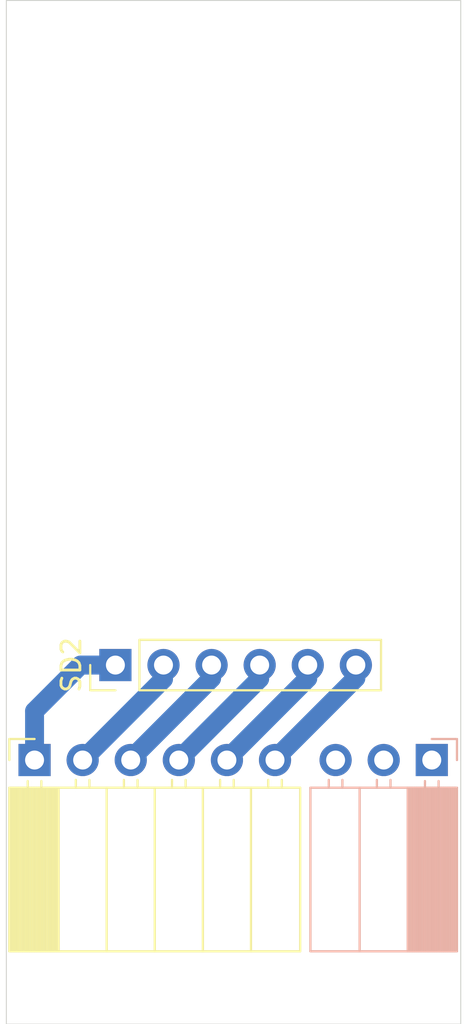
<source format=kicad_pcb>
(kicad_pcb (version 20171130) (host pcbnew "(5.1.5)-3")

  (general
    (thickness 1.6)
    (drawings 4)
    (tracks 17)
    (zones 0)
    (modules 3)
    (nets 10)
  )

  (page A4)
  (layers
    (0 F.Cu signal)
    (31 B.Cu signal)
    (32 B.Adhes user)
    (33 F.Adhes user)
    (34 B.Paste user)
    (35 F.Paste user)
    (36 B.SilkS user)
    (37 F.SilkS user)
    (38 B.Mask user)
    (39 F.Mask user)
    (40 Dwgs.User user)
    (41 Cmts.User user)
    (42 Eco1.User user)
    (43 Eco2.User user)
    (44 Edge.Cuts user)
    (45 Margin user)
    (46 B.CrtYd user)
    (47 F.CrtYd user hide)
    (48 B.Fab user)
    (49 F.Fab user hide)
  )

  (setup
    (last_trace_width 0.25)
    (user_trace_width 1)
    (trace_clearance 0.2)
    (zone_clearance 0.508)
    (zone_45_only no)
    (trace_min 0.2)
    (via_size 0.8)
    (via_drill 0.4)
    (via_min_size 0.4)
    (via_min_drill 0.3)
    (uvia_size 0.3)
    (uvia_drill 0.1)
    (uvias_allowed no)
    (uvia_min_size 0.2)
    (uvia_min_drill 0.1)
    (edge_width 0.05)
    (segment_width 0.2)
    (pcb_text_width 0.3)
    (pcb_text_size 1.5 1.5)
    (mod_edge_width 0.12)
    (mod_text_size 1 1)
    (mod_text_width 0.15)
    (pad_size 0.85 0.85)
    (pad_drill 0.5)
    (pad_to_mask_clearance 0.051)
    (solder_mask_min_width 0.25)
    (aux_axis_origin 0 0)
    (visible_elements 7FFFFFFF)
    (pcbplotparams
      (layerselection 0x010fc_ffffffff)
      (usegerberextensions false)
      (usegerberattributes false)
      (usegerberadvancedattributes false)
      (creategerberjobfile false)
      (excludeedgelayer true)
      (linewidth 0.100000)
      (plotframeref false)
      (viasonmask false)
      (mode 1)
      (useauxorigin false)
      (hpglpennumber 1)
      (hpglpenspeed 20)
      (hpglpendiameter 15.000000)
      (psnegative false)
      (psa4output false)
      (plotreference true)
      (plotvalue true)
      (plotinvisibletext false)
      (padsonsilk false)
      (subtractmaskfromsilk false)
      (outputformat 1)
      (mirror false)
      (drillshape 1)
      (scaleselection 1)
      (outputdirectory ""))
  )

  (net 0 "")
  (net 1 Gnd)
  (net 2 Vcc)
  (net 3 CS)
  (net 4 SCK)
  (net 5 MOSI)
  (net 6 MISO)
  (net 7 "Net-(Suporte1-Pad3)")
  (net 8 "Net-(Suporte1-Pad2)")
  (net 9 "Net-(Suporte1-Pad1)")

  (net_class Default "Esta é a classe de rede padrão."
    (clearance 0.2)
    (trace_width 0.25)
    (via_dia 0.8)
    (via_drill 0.4)
    (uvia_dia 0.3)
    (uvia_drill 0.1)
    (add_net CS)
    (add_net Gnd)
    (add_net MISO)
    (add_net MOSI)
    (add_net "Net-(Suporte1-Pad1)")
    (add_net "Net-(Suporte1-Pad2)")
    (add_net "Net-(Suporte1-Pad3)")
    (add_net SCK)
    (add_net Vcc)
  )

  (module Connector_PinHeader_2.54mm:PinHeader_1x06_P2.54mm_Vertical (layer F.Cu) (tedit 59FED5CC) (tstamp 5F7DAE98)
    (at 153.76 101.06 90)
    (descr "Through hole straight pin header, 1x06, 2.54mm pitch, single row")
    (tags "Through hole pin header THT 1x06 2.54mm single row")
    (path /5F7E3FB1)
    (fp_text reference SD2 (at 0 -2.33 90) (layer F.SilkS)
      (effects (font (size 1 1) (thickness 0.15)))
    )
    (fp_text value Con (at 0 15.03 90) (layer F.Fab)
      (effects (font (size 1 1) (thickness 0.15)))
    )
    (fp_text user %R (at 0 6.35) (layer F.Fab)
      (effects (font (size 1 1) (thickness 0.15)))
    )
    (fp_line (start 1.8 -1.8) (end -1.8 -1.8) (layer F.CrtYd) (width 0.05))
    (fp_line (start 1.8 14.5) (end 1.8 -1.8) (layer F.CrtYd) (width 0.05))
    (fp_line (start -1.8 14.5) (end 1.8 14.5) (layer F.CrtYd) (width 0.05))
    (fp_line (start -1.8 -1.8) (end -1.8 14.5) (layer F.CrtYd) (width 0.05))
    (fp_line (start -1.33 -1.33) (end 0 -1.33) (layer F.SilkS) (width 0.12))
    (fp_line (start -1.33 0) (end -1.33 -1.33) (layer F.SilkS) (width 0.12))
    (fp_line (start -1.33 1.27) (end 1.33 1.27) (layer F.SilkS) (width 0.12))
    (fp_line (start 1.33 1.27) (end 1.33 14.03) (layer F.SilkS) (width 0.12))
    (fp_line (start -1.33 1.27) (end -1.33 14.03) (layer F.SilkS) (width 0.12))
    (fp_line (start -1.33 14.03) (end 1.33 14.03) (layer F.SilkS) (width 0.12))
    (fp_line (start -1.27 -0.635) (end -0.635 -1.27) (layer F.Fab) (width 0.1))
    (fp_line (start -1.27 13.97) (end -1.27 -0.635) (layer F.Fab) (width 0.1))
    (fp_line (start 1.27 13.97) (end -1.27 13.97) (layer F.Fab) (width 0.1))
    (fp_line (start 1.27 -1.27) (end 1.27 13.97) (layer F.Fab) (width 0.1))
    (fp_line (start -0.635 -1.27) (end 1.27 -1.27) (layer F.Fab) (width 0.1))
    (pad 6 thru_hole oval (at 0 12.7 90) (size 1.7 1.7) (drill 1) (layers *.Cu *.Mask)
      (net 3 CS))
    (pad 5 thru_hole oval (at 0 10.16 90) (size 1.7 1.7) (drill 1) (layers *.Cu *.Mask)
      (net 4 SCK))
    (pad 4 thru_hole oval (at 0 7.62 90) (size 1.7 1.7) (drill 1) (layers *.Cu *.Mask)
      (net 5 MOSI))
    (pad 3 thru_hole oval (at 0 5.08 90) (size 1.7 1.7) (drill 1) (layers *.Cu *.Mask)
      (net 6 MISO))
    (pad 2 thru_hole oval (at 0 2.54 90) (size 1.7 1.7) (drill 1) (layers *.Cu *.Mask)
      (net 2 Vcc))
    (pad 1 thru_hole rect (at 0 0 90) (size 1.7 1.7) (drill 1) (layers *.Cu *.Mask)
      (net 1 Gnd))
    (model ${KISYS3DMOD}/Connector_PinHeader_2.54mm.3dshapes/PinHeader_1x06_P2.54mm_Vertical.wrl
      (at (xyz 0 0 0))
      (scale (xyz 1 1 1))
      (rotate (xyz 0 0 0))
    )
    (model "C:/Users/Usuário/Desktop/Placa_SDCard/MicroSD Card Module - 2.stp"
      (offset (xyz 17.5 -6.5 3.5))
      (scale (xyz 1 1 1))
      (rotate (xyz 0 0 90))
    )
  )

  (module Connector_PinSocket_2.54mm:PinSocket_1x03_P2.54mm_Horizontal (layer B.Cu) (tedit 5A19A429) (tstamp 5F7DAEEA)
    (at 170.47 106.07 90)
    (descr "Through hole angled socket strip, 1x03, 2.54mm pitch, 8.51mm socket length, single row (from Kicad 4.0.7), script generated")
    (tags "Through hole angled socket strip THT 1x03 2.54mm single row")
    (path /5F7E11E6)
    (fp_text reference Supporte1 (at -4.38 2.77 270) (layer B.SilkS) hide
      (effects (font (size 1 1) (thickness 0.15)) (justify mirror))
    )
    (fp_text value Con (at -4.38 -7.85 270) (layer B.Fab)
      (effects (font (size 1 1) (thickness 0.15)) (justify mirror))
    )
    (fp_text user %R (at -5.775 -2.54 270) (layer B.Fab)
      (effects (font (size 1 1) (thickness 0.15)) (justify mirror))
    )
    (fp_line (start 1.75 -6.85) (end 1.75 1.8) (layer B.CrtYd) (width 0.05))
    (fp_line (start -10.55 -6.85) (end 1.75 -6.85) (layer B.CrtYd) (width 0.05))
    (fp_line (start -10.55 1.8) (end -10.55 -6.85) (layer B.CrtYd) (width 0.05))
    (fp_line (start 1.75 1.8) (end -10.55 1.8) (layer B.CrtYd) (width 0.05))
    (fp_line (start 0 1.33) (end 1.11 1.33) (layer B.SilkS) (width 0.12))
    (fp_line (start 1.11 1.33) (end 1.11 0) (layer B.SilkS) (width 0.12))
    (fp_line (start -10.09 1.33) (end -10.09 -6.41) (layer B.SilkS) (width 0.12))
    (fp_line (start -10.09 -6.41) (end -1.46 -6.41) (layer B.SilkS) (width 0.12))
    (fp_line (start -1.46 1.33) (end -1.46 -6.41) (layer B.SilkS) (width 0.12))
    (fp_line (start -10.09 1.33) (end -1.46 1.33) (layer B.SilkS) (width 0.12))
    (fp_line (start -10.09 -3.81) (end -1.46 -3.81) (layer B.SilkS) (width 0.12))
    (fp_line (start -10.09 -1.27) (end -1.46 -1.27) (layer B.SilkS) (width 0.12))
    (fp_line (start -1.46 -5.44) (end -1.05 -5.44) (layer B.SilkS) (width 0.12))
    (fp_line (start -1.46 -4.72) (end -1.05 -4.72) (layer B.SilkS) (width 0.12))
    (fp_line (start -1.46 -2.9) (end -1.05 -2.9) (layer B.SilkS) (width 0.12))
    (fp_line (start -1.46 -2.18) (end -1.05 -2.18) (layer B.SilkS) (width 0.12))
    (fp_line (start -1.46 -0.36) (end -1.11 -0.36) (layer B.SilkS) (width 0.12))
    (fp_line (start -1.46 0.36) (end -1.11 0.36) (layer B.SilkS) (width 0.12))
    (fp_line (start -10.09 -1.1519) (end -1.46 -1.1519) (layer B.SilkS) (width 0.12))
    (fp_line (start -10.09 -1.033805) (end -1.46 -1.033805) (layer B.SilkS) (width 0.12))
    (fp_line (start -10.09 -0.91571) (end -1.46 -0.91571) (layer B.SilkS) (width 0.12))
    (fp_line (start -10.09 -0.797615) (end -1.46 -0.797615) (layer B.SilkS) (width 0.12))
    (fp_line (start -10.09 -0.67952) (end -1.46 -0.67952) (layer B.SilkS) (width 0.12))
    (fp_line (start -10.09 -0.561425) (end -1.46 -0.561425) (layer B.SilkS) (width 0.12))
    (fp_line (start -10.09 -0.44333) (end -1.46 -0.44333) (layer B.SilkS) (width 0.12))
    (fp_line (start -10.09 -0.325235) (end -1.46 -0.325235) (layer B.SilkS) (width 0.12))
    (fp_line (start -10.09 -0.20714) (end -1.46 -0.20714) (layer B.SilkS) (width 0.12))
    (fp_line (start -10.09 -0.089045) (end -1.46 -0.089045) (layer B.SilkS) (width 0.12))
    (fp_line (start -10.09 0.02905) (end -1.46 0.02905) (layer B.SilkS) (width 0.12))
    (fp_line (start -10.09 0.147145) (end -1.46 0.147145) (layer B.SilkS) (width 0.12))
    (fp_line (start -10.09 0.26524) (end -1.46 0.26524) (layer B.SilkS) (width 0.12))
    (fp_line (start -10.09 0.383335) (end -1.46 0.383335) (layer B.SilkS) (width 0.12))
    (fp_line (start -10.09 0.50143) (end -1.46 0.50143) (layer B.SilkS) (width 0.12))
    (fp_line (start -10.09 0.619525) (end -1.46 0.619525) (layer B.SilkS) (width 0.12))
    (fp_line (start -10.09 0.73762) (end -1.46 0.73762) (layer B.SilkS) (width 0.12))
    (fp_line (start -10.09 0.855715) (end -1.46 0.855715) (layer B.SilkS) (width 0.12))
    (fp_line (start -10.09 0.97381) (end -1.46 0.97381) (layer B.SilkS) (width 0.12))
    (fp_line (start -10.09 1.091905) (end -1.46 1.091905) (layer B.SilkS) (width 0.12))
    (fp_line (start -10.09 1.21) (end -1.46 1.21) (layer B.SilkS) (width 0.12))
    (fp_line (start 0 -5.38) (end 0 -4.78) (layer B.Fab) (width 0.1))
    (fp_line (start -1.52 -5.38) (end 0 -5.38) (layer B.Fab) (width 0.1))
    (fp_line (start 0 -4.78) (end -1.52 -4.78) (layer B.Fab) (width 0.1))
    (fp_line (start 0 -2.84) (end 0 -2.24) (layer B.Fab) (width 0.1))
    (fp_line (start -1.52 -2.84) (end 0 -2.84) (layer B.Fab) (width 0.1))
    (fp_line (start 0 -2.24) (end -1.52 -2.24) (layer B.Fab) (width 0.1))
    (fp_line (start 0 -0.3) (end 0 0.3) (layer B.Fab) (width 0.1))
    (fp_line (start -1.52 -0.3) (end 0 -0.3) (layer B.Fab) (width 0.1))
    (fp_line (start 0 0.3) (end -1.52 0.3) (layer B.Fab) (width 0.1))
    (fp_line (start -10.03 -6.35) (end -10.03 1.27) (layer B.Fab) (width 0.1))
    (fp_line (start -1.52 -6.35) (end -10.03 -6.35) (layer B.Fab) (width 0.1))
    (fp_line (start -1.52 0.3) (end -1.52 -6.35) (layer B.Fab) (width 0.1))
    (fp_line (start -2.49 1.27) (end -1.52 0.3) (layer B.Fab) (width 0.1))
    (fp_line (start -10.03 1.27) (end -2.49 1.27) (layer B.Fab) (width 0.1))
    (pad 3 thru_hole oval (at 0 -5.08 90) (size 1.7 1.7) (drill 1) (layers *.Cu *.Mask)
      (net 7 "Net-(Suporte1-Pad3)"))
    (pad 2 thru_hole oval (at 0 -2.54 90) (size 1.7 1.7) (drill 1) (layers *.Cu *.Mask)
      (net 8 "Net-(Suporte1-Pad2)"))
    (pad 1 thru_hole rect (at 0 0 90) (size 1.7 1.7) (drill 1) (layers *.Cu *.Mask)
      (net 9 "Net-(Suporte1-Pad1)"))
    (model ${KISYS3DMOD}/Connector_PinSocket_2.54mm.3dshapes/PinSocket_1x03_P2.54mm_Horizontal.wrl
      (at (xyz 0 0 0))
      (scale (xyz 1 1 1))
      (rotate (xyz 0 0 0))
    )
  )

  (module Connector_PinSocket_2.54mm:PinSocket_1x06_P2.54mm_Horizontal (layer F.Cu) (tedit 5A19A42D) (tstamp 5F7DAE46)
    (at 149.49 106.07 90)
    (descr "Through hole angled socket strip, 1x06, 2.54mm pitch, 8.51mm socket length, single row (from Kicad 4.0.7), script generated")
    (tags "Through hole angled socket strip THT 1x06 2.54mm single row")
    (path /5F7E24F1)
    (fp_text reference SD1 (at -4.38 -2.77 90) (layer F.SilkS) hide
      (effects (font (size 1 1) (thickness 0.15)))
    )
    (fp_text value Con (at -4.38 15.47 90) (layer F.Fab)
      (effects (font (size 1 1) (thickness 0.15)))
    )
    (fp_text user %R (at -5.775 6.35) (layer F.Fab)
      (effects (font (size 1 1) (thickness 0.15)))
    )
    (fp_line (start 1.75 14.45) (end 1.75 -1.8) (layer F.CrtYd) (width 0.05))
    (fp_line (start -10.55 14.45) (end 1.75 14.45) (layer F.CrtYd) (width 0.05))
    (fp_line (start -10.55 -1.8) (end -10.55 14.45) (layer F.CrtYd) (width 0.05))
    (fp_line (start 1.75 -1.8) (end -10.55 -1.8) (layer F.CrtYd) (width 0.05))
    (fp_line (start 0 -1.33) (end 1.11 -1.33) (layer F.SilkS) (width 0.12))
    (fp_line (start 1.11 -1.33) (end 1.11 0) (layer F.SilkS) (width 0.12))
    (fp_line (start -10.09 -1.33) (end -10.09 14.03) (layer F.SilkS) (width 0.12))
    (fp_line (start -10.09 14.03) (end -1.46 14.03) (layer F.SilkS) (width 0.12))
    (fp_line (start -1.46 -1.33) (end -1.46 14.03) (layer F.SilkS) (width 0.12))
    (fp_line (start -10.09 -1.33) (end -1.46 -1.33) (layer F.SilkS) (width 0.12))
    (fp_line (start -10.09 11.43) (end -1.46 11.43) (layer F.SilkS) (width 0.12))
    (fp_line (start -10.09 8.89) (end -1.46 8.89) (layer F.SilkS) (width 0.12))
    (fp_line (start -10.09 6.35) (end -1.46 6.35) (layer F.SilkS) (width 0.12))
    (fp_line (start -10.09 3.81) (end -1.46 3.81) (layer F.SilkS) (width 0.12))
    (fp_line (start -10.09 1.27) (end -1.46 1.27) (layer F.SilkS) (width 0.12))
    (fp_line (start -1.46 13.06) (end -1.05 13.06) (layer F.SilkS) (width 0.12))
    (fp_line (start -1.46 12.34) (end -1.05 12.34) (layer F.SilkS) (width 0.12))
    (fp_line (start -1.46 10.52) (end -1.05 10.52) (layer F.SilkS) (width 0.12))
    (fp_line (start -1.46 9.8) (end -1.05 9.8) (layer F.SilkS) (width 0.12))
    (fp_line (start -1.46 7.98) (end -1.05 7.98) (layer F.SilkS) (width 0.12))
    (fp_line (start -1.46 7.26) (end -1.05 7.26) (layer F.SilkS) (width 0.12))
    (fp_line (start -1.46 5.44) (end -1.05 5.44) (layer F.SilkS) (width 0.12))
    (fp_line (start -1.46 4.72) (end -1.05 4.72) (layer F.SilkS) (width 0.12))
    (fp_line (start -1.46 2.9) (end -1.05 2.9) (layer F.SilkS) (width 0.12))
    (fp_line (start -1.46 2.18) (end -1.05 2.18) (layer F.SilkS) (width 0.12))
    (fp_line (start -1.46 0.36) (end -1.11 0.36) (layer F.SilkS) (width 0.12))
    (fp_line (start -1.46 -0.36) (end -1.11 -0.36) (layer F.SilkS) (width 0.12))
    (fp_line (start -10.09 1.1519) (end -1.46 1.1519) (layer F.SilkS) (width 0.12))
    (fp_line (start -10.09 1.033805) (end -1.46 1.033805) (layer F.SilkS) (width 0.12))
    (fp_line (start -10.09 0.91571) (end -1.46 0.91571) (layer F.SilkS) (width 0.12))
    (fp_line (start -10.09 0.797615) (end -1.46 0.797615) (layer F.SilkS) (width 0.12))
    (fp_line (start -10.09 0.67952) (end -1.46 0.67952) (layer F.SilkS) (width 0.12))
    (fp_line (start -10.09 0.561425) (end -1.46 0.561425) (layer F.SilkS) (width 0.12))
    (fp_line (start -10.09 0.44333) (end -1.46 0.44333) (layer F.SilkS) (width 0.12))
    (fp_line (start -10.09 0.325235) (end -1.46 0.325235) (layer F.SilkS) (width 0.12))
    (fp_line (start -10.09 0.20714) (end -1.46 0.20714) (layer F.SilkS) (width 0.12))
    (fp_line (start -10.09 0.089045) (end -1.46 0.089045) (layer F.SilkS) (width 0.12))
    (fp_line (start -10.09 -0.02905) (end -1.46 -0.02905) (layer F.SilkS) (width 0.12))
    (fp_line (start -10.09 -0.147145) (end -1.46 -0.147145) (layer F.SilkS) (width 0.12))
    (fp_line (start -10.09 -0.26524) (end -1.46 -0.26524) (layer F.SilkS) (width 0.12))
    (fp_line (start -10.09 -0.383335) (end -1.46 -0.383335) (layer F.SilkS) (width 0.12))
    (fp_line (start -10.09 -0.50143) (end -1.46 -0.50143) (layer F.SilkS) (width 0.12))
    (fp_line (start -10.09 -0.619525) (end -1.46 -0.619525) (layer F.SilkS) (width 0.12))
    (fp_line (start -10.09 -0.73762) (end -1.46 -0.73762) (layer F.SilkS) (width 0.12))
    (fp_line (start -10.09 -0.855715) (end -1.46 -0.855715) (layer F.SilkS) (width 0.12))
    (fp_line (start -10.09 -0.97381) (end -1.46 -0.97381) (layer F.SilkS) (width 0.12))
    (fp_line (start -10.09 -1.091905) (end -1.46 -1.091905) (layer F.SilkS) (width 0.12))
    (fp_line (start -10.09 -1.21) (end -1.46 -1.21) (layer F.SilkS) (width 0.12))
    (fp_line (start 0 13) (end 0 12.4) (layer F.Fab) (width 0.1))
    (fp_line (start -1.52 13) (end 0 13) (layer F.Fab) (width 0.1))
    (fp_line (start 0 12.4) (end -1.52 12.4) (layer F.Fab) (width 0.1))
    (fp_line (start 0 10.46) (end 0 9.86) (layer F.Fab) (width 0.1))
    (fp_line (start -1.52 10.46) (end 0 10.46) (layer F.Fab) (width 0.1))
    (fp_line (start 0 9.86) (end -1.52 9.86) (layer F.Fab) (width 0.1))
    (fp_line (start 0 7.92) (end 0 7.32) (layer F.Fab) (width 0.1))
    (fp_line (start -1.52 7.92) (end 0 7.92) (layer F.Fab) (width 0.1))
    (fp_line (start 0 7.32) (end -1.52 7.32) (layer F.Fab) (width 0.1))
    (fp_line (start 0 5.38) (end 0 4.78) (layer F.Fab) (width 0.1))
    (fp_line (start -1.52 5.38) (end 0 5.38) (layer F.Fab) (width 0.1))
    (fp_line (start 0 4.78) (end -1.52 4.78) (layer F.Fab) (width 0.1))
    (fp_line (start 0 2.84) (end 0 2.24) (layer F.Fab) (width 0.1))
    (fp_line (start -1.52 2.84) (end 0 2.84) (layer F.Fab) (width 0.1))
    (fp_line (start 0 2.24) (end -1.52 2.24) (layer F.Fab) (width 0.1))
    (fp_line (start 0 0.3) (end 0 -0.3) (layer F.Fab) (width 0.1))
    (fp_line (start -1.52 0.3) (end 0 0.3) (layer F.Fab) (width 0.1))
    (fp_line (start 0 -0.3) (end -1.52 -0.3) (layer F.Fab) (width 0.1))
    (fp_line (start -10.03 13.97) (end -10.03 -1.27) (layer F.Fab) (width 0.1))
    (fp_line (start -1.52 13.97) (end -10.03 13.97) (layer F.Fab) (width 0.1))
    (fp_line (start -1.52 -0.3) (end -1.52 13.97) (layer F.Fab) (width 0.1))
    (fp_line (start -2.49 -1.27) (end -1.52 -0.3) (layer F.Fab) (width 0.1))
    (fp_line (start -10.03 -1.27) (end -2.49 -1.27) (layer F.Fab) (width 0.1))
    (pad 6 thru_hole oval (at 0 12.7 90) (size 1.7 1.7) (drill 1) (layers *.Cu *.Mask)
      (net 3 CS))
    (pad 5 thru_hole oval (at 0 10.16 90) (size 1.7 1.7) (drill 1) (layers *.Cu *.Mask)
      (net 4 SCK))
    (pad 4 thru_hole oval (at 0 7.62 90) (size 1.7 1.7) (drill 1) (layers *.Cu *.Mask)
      (net 5 MOSI))
    (pad 3 thru_hole oval (at 0 5.08 90) (size 1.7 1.7) (drill 1) (layers *.Cu *.Mask)
      (net 6 MISO))
    (pad 2 thru_hole oval (at 0 2.54 90) (size 1.7 1.7) (drill 1) (layers *.Cu *.Mask)
      (net 2 Vcc))
    (pad 1 thru_hole rect (at 0 0 90) (size 1.7 1.7) (drill 1) (layers *.Cu *.Mask)
      (net 1 Gnd))
    (model ${KISYS3DMOD}/Connector_PinSocket_2.54mm.3dshapes/PinSocket_1x06_P2.54mm_Horizontal.wrl
      (at (xyz 0 0 0))
      (scale (xyz 1 1 1))
      (rotate (xyz 0 0 0))
    )
  )

  (gr_line (start 148 66) (end 148 120) (layer Edge.Cuts) (width 0.05) (tstamp 5F7DAAD1))
  (gr_line (start 172 66) (end 148 66) (layer Edge.Cuts) (width 0.05))
  (gr_line (start 172 120) (end 172 66) (layer Edge.Cuts) (width 0.05))
  (gr_line (start 148 120) (end 172 120) (layer Edge.Cuts) (width 0.05))

  (segment (start 151.92 101.06) (end 153.76 101.06) (width 1) (layer B.Cu) (net 1))
  (segment (start 149.49 106.07) (end 149.49 103.49) (width 1) (layer B.Cu) (net 1))
  (segment (start 149.49 103.49) (end 151.92 101.06) (width 1) (layer B.Cu) (net 1))
  (segment (start 156.3 101.8) (end 156.3 101.06) (width 1) (layer B.Cu) (net 2))
  (segment (start 152.03 106.07) (end 156.3 101.8) (width 1) (layer B.Cu) (net 2))
  (segment (start 166.46 101.75) (end 166.46 101.06) (width 1) (layer B.Cu) (net 3))
  (segment (start 162.19 106.07) (end 162.19 106.02) (width 1) (layer B.Cu) (net 3))
  (segment (start 162.19 106.02) (end 166.46 101.75) (width 1) (layer B.Cu) (net 3))
  (segment (start 163.92 101.76) (end 163.92 101.06) (width 1) (layer B.Cu) (net 4))
  (segment (start 159.65 106.07) (end 159.65 106.03) (width 1) (layer B.Cu) (net 4))
  (segment (start 159.65 106.03) (end 163.92 101.76) (width 1) (layer B.Cu) (net 4))
  (segment (start 161.38 101.78) (end 161.38 101.06) (width 1) (layer B.Cu) (net 5))
  (segment (start 157.11 106.07) (end 157.11 106.05) (width 1) (layer B.Cu) (net 5))
  (segment (start 157.11 106.05) (end 161.38 101.78) (width 1) (layer B.Cu) (net 5))
  (segment (start 158.84 101.76) (end 158.84 101.06) (width 1) (layer B.Cu) (net 6))
  (segment (start 154.57 106.07) (end 154.57 106.03) (width 1) (layer B.Cu) (net 6))
  (segment (start 154.57 106.03) (end 158.84 101.76) (width 1) (layer B.Cu) (net 6))

)

</source>
